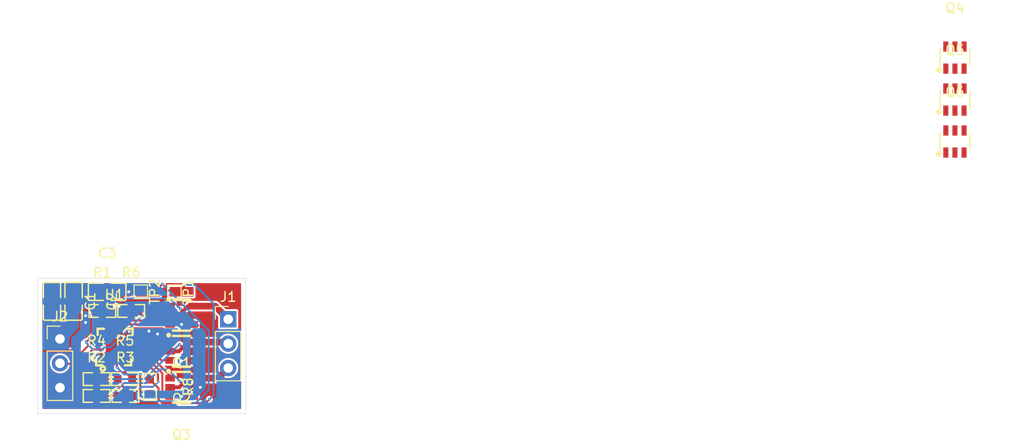
<source format=kicad_pcb>
(kicad_pcb (version 20240108) (generator "pcbnew") (generator_version "8.0")
  (layers (0 "F.Cu" signal) (31 "B.Cu" signal) (34 "B.Paste" user) (35 "F.Paste" user) (36 "B.SilkS" user "B.Silkscreen") (37 "F.SilkS" user "F.Silkscreen") (38 "B.Mask" user) (39 "F.Mask" user) (44 "Edge.Cuts" user))
  (net 0 "")
  (net 1 "/C2CK")
  (net 2 "/C2D")
  (net 3 "GND")
  (net 4 "/VCC")
  (net 5 "/RC")
  (net 6 "Net-(Q1-G2)")
  (net 7 "/M_A")
  (net 8 "Net-(Q1-G1)")
  (net 9 "Net-(Q2-G2)")
  (net 10 "/M_B")
  (net 11 "Net-(Q2-G1)")
  (net 12 "Net-(Q3-G1)")
  (net 13 "/M_C")
  (net 14 "Net-(Q3-G2)")
  (net 33 "/FCom")
  (net 34 "Net-(U1-P0.2)")
  (net 35 "Net-(U1-P0.1)")
  (net 36 "Net-(U1-P0.0)")
  (footprint "component_lib:C0805" (layer "F.Cu") (at 159.5 61 -90)
    (property "Reference" "C1" (at 0 -4 90) (layer "F.SilkS"))
    (property "Value" "47u")
    (fp_line (start -0.4 0.9) (end -1.81 0.9) (stroke (width 0.15)) (layer "F.SilkS"))
    (fp_line (start 0.4 0.9) (end 1.81 0.9) (stroke (width 0.15)) (layer "F.SilkS"))
    (fp_line (start -1.96 0.75) (end -1.96 -0.75) (stroke (width 0.15)) (layer "F.SilkS"))
    (fp_line (start 1.96 0.75) (end 1.96 -0.75) (stroke (width 0.15)) (layer "F.SilkS"))
    (fp_line (start -1.81 -0.9) (end -0.4 -0.9) (stroke (width 0.15)) (layer "F.SilkS"))
    (fp_line (start 1.81 -0.9) (end 0.4 -0.9) (stroke (width 0.15)) (layer "F.SilkS"))
    (fp_arc (start -1.81 0.9) (mid -1.916066 0.856066) (end -1.96 0.75) (stroke (width 0.15)) (layer "F.SilkS"))
    (fp_arc (start 1.96 0.75) (mid 1.916066 0.856066) (end 1.81 0.9) (stroke (width 0.15)) (layer "F.SilkS"))
    (fp_arc (start -1.96 -0.75) (mid -1.916066 -0.856066) (end -1.81 -0.9) (stroke (width 0.15)) (layer "F.SilkS"))
    (fp_arc (start 1.81 -0.9) (mid 1.916066 -0.856066) (end 1.96 -0.75) (stroke (width 0.15)) (layer "F.SilkS"))
    (pad "1" smd rect (at -1 0 270) (size 1.41 1.35) (layers "F.Cu" "F.Paste" "F.Mask") (net 3 "GND"))
    (pad "2" smd rect (at 1 0 270) (size 1.41 1.35) (layers "F.Cu" "F.Paste" "F.Mask") (net 4 "/VCC"))
  )
  (footprint "component_lib:R0603" (layer "F.Cu") (at 167.1 69.1)
    (property "Reference" "R5" (at 0 -4 0) (layer "F.SilkS"))
    (property "Value" "10k")
    (fp_line (start -1.39 -0.66) (end -0.43 -0.66) (stroke (width 0.15)) (layer "F.SilkS"))
    (fp_line (start -1.39 0.66) (end -1.39 -0.66) (stroke (width 0.15)) (layer "F.SilkS"))
    (fp_line (start -0.43 0.66) (end -1.39 0.66) (stroke (width 0.15)) (layer "F.SilkS"))
    (fp_line (start 0.43 0.66) (end 1.39 0.66) (stroke (width 0.15)) (layer "F.SilkS"))
    (fp_line (start 1.39 -0.66) (end 0.43 -0.66) (stroke (width 0.15)) (layer "F.SilkS"))
    (fp_line (start 1.39 0.66) (end 1.39 -0.66) (stroke (width 0.15)) (layer "F.SilkS"))
    (pad "1" smd rect (at -0.75 0) (size 0.81 0.86) (layers "F.Cu" "F.Paste" "F.Mask") (net 10 "/M_B"))
    (pad "2" smd rect (at 0.75 0) (size 0.81 0.86) (layers "F.Cu" "F.Paste" "F.Mask") (net 36 "Net-(U1-P0.0)"))
  )
  (footprint "component_lib:SOT-23-6_L2.9-W1.6-P0.95-LS2.8-BL" (layer "F.Cu") (at 253.55 39.98)
    (property "Reference" "Q5" (at 0 -5.15 0) (layer "F.SilkS"))
    (property "Value" "AO6604_C5182068")
    (fp_line (start -1.54 0.89) (end -1.54 -0.89) (stroke (width 0.15)) (layer "F.SilkS"))
    (fp_line (start 1.54 0.89) (end 1.54 -0.89) (stroke (width 0.15)) (layer "F.SilkS"))
    (fp_circle (center -1.67 1.3) (end -1.52 1.3) (stroke (width 0.3)) (fill none) (layer "F.SilkS"))
    (pad "1" smd rect (at -0.95 1.15) (size 0.53 1.07) (layers "F.Cu" "F.Paste" "F.Mask"))
    (pad "2" smd rect (at 0 1.15) (size 0.53 1.07) (layers "F.Cu" "F.Paste" "F.Mask"))
    (pad "3" smd rect (at 0.95 1.15) (size 0.53 1.07) (layers "F.Cu" "F.Paste" "F.Mask"))
    (pad "4" smd rect (at 0.95 -1.15) (size 0.53 1.07) (layers "F.Cu" "F.Paste" "F.Mask"))
    (pad "5" smd rect (at 0 -1.15) (size 0.53 1.07) (layers "F.Cu" "F.Paste" "F.Mask"))
    (pad "6" smd rect (at -0.95 -1.15) (size 0.53 1.07) (layers "F.Cu" "F.Paste" "F.Mask"))
  )
  (footprint "component_lib:C0805" (layer "F.Cu") (at 161.75 61 -90)
    (property "Reference" "C2" (at 0 -4 90) (layer "F.SilkS"))
    (property "Value" "10u")
    (fp_line (start -0.4 0.9) (end -1.81 0.9) (stroke (width 0.15)) (layer "F.SilkS"))
    (fp_line (start 0.4 0.9) (end 1.81 0.9) (stroke (width 0.15)) (layer "F.SilkS"))
    (fp_line (start -1.96 0.75) (end -1.96 -0.75) (stroke (width 0.15)) (layer "F.SilkS"))
    (fp_line (start 1.96 0.75) (end 1.96 -0.75) (stroke (width 0.15)) (layer "F.SilkS"))
    (fp_line (start -1.81 -0.9) (end -0.4 -0.9) (stroke (width 0.15)) (layer "F.SilkS"))
    (fp_line (start 1.81 -0.9) (end 0.4 -0.9) (stroke (width 0.15)) (layer "F.SilkS"))
    (fp_arc (start -1.81 0.9) (mid -1.916066 0.856066) (end -1.96 0.75) (stroke (width 0.15)) (layer "F.SilkS"))
    (fp_arc (start 1.96 0.75) (mid 1.916066 0.856066) (end 1.81 0.9) (stroke (width 0.15)) (layer "F.SilkS"))
    (fp_arc (start -1.96 -0.75) (mid -1.916066 -0.856066) (end -1.81 -0.9) (stroke (width 0.15)) (layer "F.SilkS"))
    (fp_arc (start 1.81 -0.9) (mid 1.916066 -0.856066) (end 1.96 -0.75) (stroke (width 0.15)) (layer "F.SilkS"))
    (pad "1" smd rect (at -1 0 270) (size 1.41 1.35) (layers "F.Cu" "F.Paste" "F.Mask") (net 3 "GND"))
    (pad "2" smd rect (at 1 0 270) (size 1.41 1.35) (layers "F.Cu" "F.Paste" "F.Mask") (net 4 "/VCC"))
  )
  (footprint "component_lib:QFN-20_L3.0-W3.0-P0.50-BL-EP1.7_EFM8BB21F16G" (layer "F.Cu") (at 166 65.75)
    (property "Reference" "U1" (at 0 -5.45 0) (layer "F.SilkS"))
    (property "Value" "EFM8BB21F16G-C-QFN20")
    (fp_line (start -1.9 1.91) (end -1.9 1.26) (stroke (width 0.25)) (layer "F.SilkS"))
    (fp_line (start -1.9 1.91) (end -1.25 1.91) (stroke (width 0.25)) (layer "F.SilkS"))
    (fp_line (start -1.74 -1.9) (end -1.74 -1.25) (stroke (width 0.25)) (layer "F.SilkS"))
    (fp_line (start -1.74 -1.9) (end -1.09 -1.9) (stroke (width 0.25)) (layer "F.SilkS"))
    (fp_line (start 1.74 1.91) (end 1.09 1.91) (stroke (width 0.25)) (layer "F.SilkS"))
    (fp_line (start 1.74 1.91) (end 1.74 1.26) (stroke (width 0.25)) (layer "F.SilkS"))
    (fp_line (start 1.9 -1.9) (end 1.25 -1.9) (stroke (width 0.25)) (layer "F.SilkS"))
    (fp_line (start 1.9 -1.9) (end 1.9 -1.25) (stroke (width 0.25)) (layer "F.SilkS"))
    (fp_circle (center -1.2 2.26) (end -1.1 2.26) (stroke (width 0.25)) (fill none) (layer "F.SilkS"))
    (pad "1" smd rect (at -1.25 1.38) (size 0.34 0.5) (layers "F.Cu" "F.Paste" "F.Mask") (net 35 "Net-(U1-P0.1)"))
    (pad "2" smd rect (at -0.75 1.45) (size 0.25 0.7) (layers "F.Cu" "F.Paste" "F.Mask") (net 36 "Net-(U1-P0.0)"))
    (pad "3" smd rect (at -0.25 1.45) (size 0.25 0.7) (layers "F.Cu" "F.Paste" "F.Mask") (net 3 "GND"))
    (pad "4" smd rect (at 0.25 1.45) (size 0.25 0.7) (layers "F.Cu" "F.Paste" "F.Mask") (net 4 "/VCC"))
    (pad "5" smd rect (at 0.75 1.45) (size 0.25 0.7) (layers "F.Cu" "F.Paste" "F.Mask") (net 1 "/C2CK"))
    (pad "6" smd rect (at 1.25 1.38) (size 0.34 0.5) (layers "F.Cu" "F.Paste" "F.Mask") (net 2 "/C2D"))
    (pad "7" smd rect (at 1.45 0.75) (size 0.7 0.25) (layers "F.Cu" "F.Paste" "F.Mask"))
    (pad "8" smd rect (at 1.45 0.25) (size 0.7 0.25) (layers "F.Cu" "F.Paste" "F.Mask") (net 14 "Net-(Q3-G2)"))
    (pad "9" smd rect (at 1.45 -0.25) (size 0.7 0.25) (layers "F.Cu" "F.Paste" "F.Mask") (net 12 "Net-(Q3-G1)"))
    (pad "10" smd rect (at 1.45 -0.75) (size 0.7 0.25) (layers "F.Cu" "F.Paste" "F.Mask") (net 9 "Net-(Q2-G2)"))
    (pad "11" smd rect (at 1.25 -1.38) (size 0.34 0.5) (layers "F.Cu" "F.Paste" "F.Mask") (net 11 "Net-(Q2-G1)"))
    (pad "12" smd rect (at 0.75 -1.45) (size 0.25 0.7) (layers "F.Cu" "F.Paste" "F.Mask") (net 3 "GND"))
    (pad "13" smd rect (at 0.25 -1.45) (size 0.25 0.7) (layers "F.Cu" "F.Paste" "F.Mask") (net 6 "Net-(Q1-G2)"))
    (pad "14" smd rect (at -0.25 -1.45) (size 0.25 0.7) (layers "F.Cu" "F.Paste" "F.Mask") (net 8 "Net-(Q1-G1)"))
    (pad "15" smd rect (at -0.75 -1.45) (size 0.25 0.7) (layers "F.Cu" "F.Paste" "F.Mask"))
    (pad "16" smd rect (at -1.25 -1.38) (size 0.34 0.5) (layers "F.Cu" "F.Paste" "F.Mask"))
    (pad "17" smd rect (at -1.45 -0.75) (size 0.7 0.25) (layers "F.Cu" "F.Paste" "F.Mask") (net 5 "/RC"))
    (pad "18" smd rect (at -1.45 -0.25) (size 0.7 0.25) (layers "F.Cu" "F.Paste" "F.Mask"))
    (pad "19" smd rect (at -1.45 0.25) (size 0.7 0.25) (layers "F.Cu" "F.Paste" "F.Mask") (net 33 "/FCom"))
    (pad "20" smd rect (at -1.45 0.75) (size 0.7 0.25) (layers "F.Cu" "F.Paste" "F.Mask") (net 34 "Net-(U1-P0.2)"))
    (pad "21" smd rect (at 0 0) (size 1.7 1.7) (layers "F.Cu" "F.Paste" "F.Mask") (net 3 "GND"))
  )
  (footprint "Connector_PinHeader_2.54mm:PinHeader_1x03_P2.54mm_Vertical" (layer "F.Cu") (at 160.332 64.911)
    (property "Reference" "J2" (at 0 -2.33 0) (layer "F.SilkS"))
    (property "Value" "Conn_01x03_Pin")
    (fp_line (start -1.33 -1.33) (end 0 -1.33) (stroke (width 0.12)) (layer "F.SilkS"))
    (fp_line (start -1.33 0) (end -1.33 -1.33) (stroke (width 0.12)) (layer "F.SilkS"))
    (fp_line (start -1.33 1.27) (end -1.33 6.41) (stroke (width 0.12)) (layer "F.SilkS"))
    (fp_line (start -1.33 1.27) (end 1.33 1.27) (stroke (width 0.12)) (layer "F.SilkS"))
    (fp_line (start -1.33 6.41) (end 1.33 6.41) (stroke (width 0.12)) (layer "F.SilkS"))
    (fp_line (start 1.33 1.27) (end 1.33 6.41) (stroke (width 0.12)) (layer "F.SilkS"))
    (pad "1" thru_hole rect (at 0 0) (size 1.7 1.7) (drill 1) (layers "*.Cu" "*.Mask") (net 4 "/VCC"))
    (pad "2" thru_hole oval (at 0 2.54) (size 1.7 1.7) (drill 1) (layers "*.Cu" "*.Mask") (net 5 "/RC"))
    (pad "3" thru_hole oval (at 0 5.08) (size 1.7 1.7) (drill 1) (layers "*.Cu" "*.Mask") (net 3 "GND"))
  )
  (footprint "component_lib:R0603" (layer "F.Cu") (at 167.15 70.85)
    (property "Reference" "R3" (at 0 -4 0) (layer "F.SilkS"))
    (property "Value" "10k")
    (fp_line (start -1.39 -0.66) (end -0.43 -0.66) (stroke (width 0.15)) (layer "F.SilkS"))
    (fp_line (start -1.39 0.66) (end -1.39 -0.66) (stroke (width 0.15)) (layer "F.SilkS"))
    (fp_line (start -0.43 0.66) (end -1.39 0.66) (stroke (width 0.15)) (layer "F.SilkS"))
    (fp_line (start 0.43 0.66) (end 1.39 0.66) (stroke (width 0.15)) (layer "F.SilkS"))
    (fp_line (start 1.39 -0.66) (end 0.43 -0.66) (stroke (width 0.15)) (layer "F.SilkS"))
    (fp_line (start 1.39 0.66) (end 1.39 -0.66) (stroke (width 0.15)) (layer "F.SilkS"))
    (pad "1" smd rect (at -0.75 0) (size 0.81 0.86) (layers "F.Cu" "F.Paste" "F.Mask") (net 13 "/M_C"))
    (pad "2" smd rect (at 0.75 0) (size 0.81 0.86) (layers "F.Cu" "F.Paste" "F.Mask") (net 35 "Net-(U1-P0.1)"))
  )
  (footprint "Connector_PinHeader_2.54mm:PinHeader_1x03_P2.54mm_Vertical" (layer "F.Cu") (at 177.858 62.864)
    (property "Reference" "J1" (at 0 -2.33 0) (layer "F.SilkS"))
    (property "Value" "Conn_01x03_Pin")
    (fp_line (start -1.33 -1.33) (end 0 -1.33) (stroke (width 0.12)) (layer "F.SilkS"))
    (fp_line (start -1.33 0) (end -1.33 -1.33) (stroke (width 0.12)) (layer "F.SilkS"))
    (fp_line (start -1.33 1.27) (end -1.33 6.41) (stroke (width 0.12)) (layer "F.SilkS"))
    (fp_line (start -1.33 1.27) (end 1.33 1.27) (stroke (width 0.12)) (layer "F.SilkS"))
    (fp_line (start -1.33 6.41) (end 1.33 6.41) (stroke (width 0.12)) (layer "F.SilkS"))
    (fp_line (start 1.33 1.27) (end 1.33 6.41) (stroke (width 0.12)) (layer "F.SilkS"))
    (pad "1" thru_hole rect (at 0 0) (size 1.7 1.7) (drill 1) (layers "*.Cu" "*.Mask") (net 7 "/M_A"))
    (pad "2" thru_hole oval (at 0 2.54) (size 1.7 1.7) (drill 1) (layers "*.Cu" "*.Mask") (net 10 "/M_B"))
    (pad "3" thru_hole oval (at 0 5.08) (size 1.7 1.7) (drill 1) (layers "*.Cu" "*.Mask") (net 13 "/M_C"))
  )
  (footprint "component_lib:R0603" (layer "F.Cu") (at 167.75 62)
    (property "Reference" "R6" (at 0 -4 0) (layer "F.SilkS"))
    (property "Value" "10k")
    (fp_line (start -1.39 -0.66) (end -0.43 -0.66) (stroke (width 0.15)) (layer "F.SilkS"))
    (fp_line (start -1.39 0.66) (end -1.39 -0.66) (stroke (width 0.15)) (layer "F.SilkS"))
    (fp_line (start -0.43 0.66) (end -1.39 0.66) (stroke (width 0.15)) (layer "F.SilkS"))
    (fp_line (start 0.43 0.66) (end 1.39 0.66) (stroke (width 0.15)) (layer "F.SilkS"))
    (fp_line (start 1.39 -0.66) (end 0.43 -0.66) (stroke (width 0.15)) (layer "F.SilkS"))
    (fp_line (start 1.39 0.66) (end 1.39 -0.66) (stroke (width 0.15)) (layer "F.SilkS"))
    (pad "1" smd rect (at -0.75 0) (size 0.81 0.86) (layers "F.Cu" "F.Paste" "F.Mask") (net 7 "/M_A"))
    (pad "2" smd rect (at 0.75 0) (size 0.81 0.86) (layers "F.Cu" "F.Paste" "F.Mask") (net 34 "Net-(U1-P0.2)"))
  )
  (footprint "TestPoint:TestPoint_Pad_1.0x1.0mm" (layer "F.Cu") (at 168.75 60 -90)
    (property "Reference" "TP2" (at 0 -1.448 90) (layer "F.SilkS"))
    (property "Value" "TestPoint")
    (fp_line (start -0.7 0.7) (end -0.7 -0.7) (stroke (width 0.12)) (layer "F.SilkS"))
    (fp_line (start 0.7 0.7) (end -0.7 0.7) (stroke (width 0.12)) (layer "F.SilkS"))
    (fp_line (start -0.7 -0.7) (end 0.7 -0.7) (stroke (width 0.12)) (layer "F.SilkS"))
    (fp_line (start 0.7 -0.7) (end 0.7 0.7) (stroke (width 0.12)) (layer "F.SilkS"))
    (pad "1" smd rect (at 0 -0.75 270) (size 1 2.5) (layers "F.Cu" "F.Mask") (net 2 "/C2D"))
  )
  (footprint "component_lib:R0603" (layer "F.Cu") (at 169.7 69.9 -90)
    (property "Reference" "R8" (at 0 -4 90) (layer "F.SilkS"))
    (property "Value" "1k")
    (fp_line (start -1.39 0.66) (end -1.39 -0.66) (stroke (width 0.15)) (layer "F.SilkS"))
    (fp_line (start -0.43 0.66) (end -1.39 0.66) (stroke (width 0.15)) (layer "F.SilkS"))
    (fp_line (start 0.43 0.66) (end 1.39 0.66) (stroke (width 0.15)) (layer "F.SilkS"))
    (fp_line (start 1.39 0.66) (end 1.39 -0.66) (stroke (width 0.15)) (layer "F.SilkS"))
    (fp_line (start -1.39 -0.66) (end -0.43 -0.66) (stroke (width 0.15)) (layer "F.SilkS"))
    (fp_line (start 1.39 -0.66) (end 0.43 -0.66) (stroke (width 0.15)) (layer "F.SilkS"))
    (pad "1" smd rect (at -0.75 0 270) (size 0.81 0.86) (layers "F.Cu" "F.Paste" "F.Mask") (net 1 "/C2CK"))
    (pad "2" smd rect (at 0.75 0 270) (size 0.81 0.86) (layers "F.Cu" "F.Paste" "F.Mask") (net 4 "/VCC"))
  )
  (footprint "component_lib:R0603" (layer "F.Cu") (at 164.15 69.1)
    (property "Reference" "R4" (at 0 -4 0) (layer "F.SilkS"))
    (property "Value" "1k")
    (fp_line (start -1.39 -0.66) (end -0.43 -0.66) (stroke (width 0.15)) (layer "F.SilkS"))
    (fp_line (start -1.39 0.66) (end -1.39 -0.66) (stroke (width 0.15)) (layer "F.SilkS"))
    (fp_line (start -0.43 0.66) (end -1.39 0.66) (stroke (width 0.15)) (layer "F.SilkS"))
    (fp_line (start 0.43 0.66) (end 1.39 0.66) (stroke (width 0.15)) (layer "F.SilkS"))
    (fp_line (start 1.39 -0.66) (end 0.43 -0.66) (stroke (width 0.15)) (layer "F.SilkS"))
    (fp_line (start 1.39 0.66) (end 1.39 -0.66) (stroke (width 0.15)) (layer "F.SilkS"))
    (pad "1" smd rect (at -0.75 0) (size 0.81 0.86) (layers "F.Cu" "F.Paste" "F.Mask") (net 33 "/FCom"))
    (pad "2" smd rect (at 0.75 0) (size 0.81 0.86) (layers "F.Cu" "F.Paste" "F.Mask") (net 10 "/M_B"))
  )
  (footprint "component_lib:SOT-23-6_L2.9-W1.6-P0.95-LS2.8-BL" (layer "F.Cu") (at 253.55 35.61)
    (property "Reference" "Q4" (at 0 -5.15 0) (layer "F.SilkS"))
    (property "Value" "AO6604_C5182068")
    (fp_line (start -1.54 0.89) (end -1.54 -0.89) (stroke (width 0.15)) (layer "F.SilkS"))
    (fp_line (start 1.54 0.89) (end 1.54 -0.89) (stroke (width 0.15)) (layer "F.SilkS"))
    (fp_circle (center -1.67 1.3) (end -1.52 1.3) (stroke (width 0.3)) (fill none) (layer "F.SilkS"))
    (pad "1" smd rect (at -0.95 1.15) (size 0.53 1.07) (layers "F.Cu" "F.Paste" "F.Mask"))
    (pad "2" smd rect (at 0 1.15) (size 0.53 1.07) (layers "F.Cu" "F.Paste" "F.Mask"))
    (pad "3" smd rect (at 0.95 1.15) (size 0.53 1.07) (layers "F.Cu" "F.Paste" "F.Mask"))
    (pad "4" smd rect (at 0.95 -1.15) (size 0.53 1.07) (layers "F.Cu" "F.Paste" "F.Mask"))
    (pad "5" smd rect (at 0 -1.15) (size 0.53 1.07) (layers "F.Cu" "F.Paste" "F.Mask"))
    (pad "6" smd rect (at -0.95 -1.15) (size 0.53 1.07) (layers "F.Cu" "F.Paste" "F.Mask"))
  )
  (footprint "component_lib:TSOP-6_L3.0-W1.5-P0.95-LS2.8-BR" (layer "F.Cu") (at 173 66.2 180)
    (property "Reference" "Q2" (at 0 -4.95 0) (layer "F.SilkS"))
    (property "Value" "AO6604_C709896")
    (fp_line (start -0.9 1.6) (end 0.9 1.6) (stroke (width 0.25)) (layer "F.SilkS"))
    (fp_line (start -0.9 -1.6) (end 0.9 -1.6) (stroke (width 0.25)) (layer "F.SilkS"))
    (fp_circle (center 1.35 1.68) (end 1.48 1.68) (stroke (width 0.25)) (fill none) (layer "F.SilkS"))
    (pad "1" smd rect (at 1.2 0.95 180) (size 1 0.7) (layers "F.Cu" "F.Paste" "F.Mask") (net 11 "Net-(Q2-G1)"))
    (pad "2" smd rect (at 1.2 0 180) (size 1 0.7) (layers "F.Cu" "F.Paste" "F.Mask") (net 10 "/M_B"))
    (pad "3" smd rect (at 1.2 -0.95 180) (size 1 0.7) (layers "F.Cu" "F.Paste" "F.Mask") (net 9 "Net-(Q2-G2)"))
    (pad "4" smd rect (at -1.2 -0.95 180) (size 1 0.7) (layers "F.Cu" "F.Paste" "F.Mask") (net 4 "/VCC"))
    (pad "5" smd rect (at -1.2 0 180) (size 1 0.7) (layers "F.Cu" "F.Paste" "F.Mask") (net 3 "GND"))
    (pad "6" smd rect (at -1.2 0.95 180) (size 1 0.7) (layers "F.Cu" "F.Paste" "F.Mask") (net 10 "/M_B"))
  )
  (footprint "component_lib:TSOP-6_L3.0-W1.5-P0.95-LS2.8-BR" (layer "F.Cu") (at 173 69.95 180)
    (property "Reference" "Q3" (at 0 -4.95 0) (layer "F.SilkS"))
    (property "Value" "AO6604_C709896")
    (fp_line (start -0.9 1.6) (end 0.9 1.6) (stroke (width 0.25)) (layer "F.SilkS"))
    (fp_line (start -0.9 -1.6) (end 0.9 -1.6) (stroke (width 0.25)) (layer "F.SilkS"))
    (fp_circle (center 1.35 1.68) (end 1.48 1.68) (stroke (width 0.25)) (fill none) (layer "F.SilkS"))
    (pad "1" smd rect (at 1.2 0.95 180) (size 1 0.7) (layers "F.Cu" "F.Paste" "F.Mask") (net 12 "Net-(Q3-G1)"))
    (pad "2" smd rect (at 1.2 0 180) (size 1 0.7) (layers "F.Cu" "F.Paste" "F.Mask") (net 13 "/M_C"))
    (pad "3" smd rect (at 1.2 -0.95 180) (size 1 0.7) (layers "F.Cu" "F.Paste" "F.Mask") (net 14 "Net-(Q3-G2)"))
    (pad "4" smd rect (at -1.2 -0.95 180) (size 1 0.7) (layers "F.Cu" "F.Paste" "F.Mask") (net 4 "/VCC"))
    (pad "5" smd rect (at -1.2 0 180) (size 1 0.7) (layers "F.Cu" "F.Paste" "F.Mask") (net 3 "GND"))
    (pad "6" smd rect (at -1.2 0.95 180) (size 1 0.7) (layers "F.Cu" "F.Paste" "F.Mask") (net 13 "/M_C"))
  )
  (footprint "TestPoint:TestPoint_Pad_1.0x1.0mm" (layer "F.Cu") (at 172.25 60 -90)
    (property "Reference" "TP1" (at 0 -1.448 90) (layer "F.SilkS"))
    (property "Value" "TestPoint")
    (fp_line (start -0.7 0.7) (end -0.7 -0.7) (stroke (width 0.12)) (layer "F.SilkS"))
    (fp_line (start 0.7 0.7) (end -0.7 0.7) (stroke (width 0.12)) (layer "F.SilkS"))
    (fp_line (start -0.7 -0.7) (end 0.7 -0.7) (stroke (width 0.12)) (layer "F.SilkS"))
    (fp_line (start 0.7 -0.7) (end 0.7 0.7) (stroke (width 0.12)) (layer "F.SilkS"))
    (pad "1" smd rect (at 0 -0.75 270) (size 1 2.5) (layers "F.Cu" "F.Mask") (net 1 "/C2CK"))
  )
  (footprint "component_lib:C0805" (layer "F.Cu") (at 165.25 60)
    (property "Reference" "C3" (at 0 -4 0) (layer "F.SilkS"))
    (property "Value" "100n")
    (fp_line (start -1.96 0.75) (end -1.96 -0.75) (stroke (width 0.15)) (layer "F.SilkS"))
    (fp_line (start -1.81 -0.9) (end -0.4 -0.9) (stroke (width 0.15)) (layer "F.SilkS"))
    (fp_line (start -0.4 0.9) (end -1.81 0.9) (stroke (width 0.15)) (layer "F.SilkS"))
    (fp_line (start 0.4 0.9) (end 1.81 0.9) (stroke (width 0.15)) (layer "F.SilkS"))
    (fp_line (start 1.81 -0.9) (end 0.4 -0.9) (stroke (width 0.15)) (layer "F.SilkS"))
    (fp_line (start 1.96 0.75) (end 1.96 -0.75) (stroke (width 0.15)) (layer "F.SilkS"))
    (fp_arc (start -1.96 -0.75) (mid -1.916066 -0.856066) (end -1.81 -0.9) (stroke (width 0.15)) (layer "F.SilkS"))
    (fp_arc (start -1.81 0.9) (mid -1.916066 0.856066) (end -1.96 0.75) (stroke (width 0.15)) (layer "F.SilkS"))
    (fp_arc (start 1.81 -0.9) (mid 1.916066 -0.856066) (end 1.96 -0.75) (stroke (width 0.15)) (layer "F.SilkS"))
    (fp_arc (start 1.96 0.75) (mid 1.916066 0.856066) (end 1.81 0.9) (stroke (width 0.15)) (layer "F.SilkS"))
    (pad "1" smd rect (at -1 0) (size 1.41 1.35) (layers "F.Cu" "F.Paste" "F.Mask") (net 3 "GND"))
    (pad "2" smd rect (at 1 0) (size 1.41 1.35) (layers "F.Cu" "F.Paste" "F.Mask") (net 4 "/VCC"))
  )
  (footprint "component_lib:TSOP-6_L3.0-W1.5-P0.95-LS2.8-BR" (layer "F.Cu") (at 173 62.45 180)
    (property "Reference" "Q1" (at 0 -4.95 0) (layer "F.SilkS"))
    (property "Value" "AO6604_C709896")
    (fp_line (start -0.9 1.6) (end 0.9 1.6) (stroke (width 0.25)) (layer "F.SilkS"))
    (fp_line (start -0.9 -1.6) (end 0.9 -1.6) (stroke (width 0.25)) (layer "F.SilkS"))
    (fp_circle (center 1.35 1.68) (end 1.48 1.68) (stroke (width 0.25)) (fill none) (layer "F.SilkS"))
    (pad "1" smd rect (at 1.2 0.95 180) (size 1 0.7) (layers "F.Cu" "F.Paste" "F.Mask") (net 8 "Net-(Q1-G1)"))
    (pad "2" smd rect (at 1.2 0 180) (size 1 0.7) (layers "F.Cu" "F.Paste" "F.Mask") (net 7 "/M_A"))
    (pad "3" smd rect (at 1.2 -0.95 180) (size 1 0.7) (layers "F.Cu" "F.Paste" "F.Mask") (net 6 "Net-(Q1-G2)"))
    (pad "4" smd rect (at -1.2 -0.95 180) (size 1 0.7) (layers "F.Cu" "F.Paste" "F.Mask") (net 4 "/VCC"))
    (pad "5" smd rect (at -1.2 0 180) (size 1 0.7) (layers "F.Cu" "F.Paste" "F.Mask") (net 3 "GND"))
    (pad "6" smd rect (at -1.2 0.95 180) (size 1 0.7) (layers "F.Cu" "F.Paste" "F.Mask") (net 7 "/M_A"))
  )
  (footprint "component_lib:SOT-23-6_L2.9-W1.6-P0.95-LS2.8-BL" (layer "F.Cu") (at 253.55 44.35)
    (property "Reference" "Q6" (at 0 -5.15 0) (layer "F.SilkS"))
    (property "Value" "AO6604_C5182068")
    (fp_line (start -1.54 0.89) (end -1.54 -0.89) (stroke (width 0.15)) (layer "F.SilkS"))
    (fp_line (start 1.54 0.89) (end 1.54 -0.89) (stroke (width 0.15)) (layer "F.SilkS"))
    (fp_circle (center -1.67 1.3) (end -1.52 1.3) (stroke (width 0.3)) (fill none) (layer "F.SilkS"))
    (pad "1" smd rect (at -0.95 1.15) (size 0.53 1.07) (layers "F.Cu" "F.Paste" "F.Mask"))
    (pad "2" smd rect (at 0 1.15) (size 0.53 1.07) (layers "F.Cu" "F.Paste" "F.Mask"))
    (pad "3" smd rect (at 0.95 1.15) (size 0.53 1.07) (layers "F.Cu" "F.Paste" "F.Mask"))
    (pad "4" smd rect (at 0.95 -1.15) (size 0.53 1.07) (layers "F.Cu" "F.Paste" "F.Mask"))
    (pad "5" smd rect (at 0 -1.15) (size 0.53 1.07) (layers "F.Cu" "F.Paste" "F.Mask"))
    (pad "6" smd rect (at -0.95 -1.15) (size 0.53 1.07) (layers "F.Cu" "F.Paste" "F.Mask"))
  )
  (footprint "component_lib:R0603" (layer "F.Cu") (at 164.15 70.85)
    (property "Reference" "R2" (at 0 -4 0) (layer "F.SilkS"))
    (property "Value" "1k")
    (fp_line (start -1.39 -0.66) (end -0.43 -0.66) (stroke (width 0.15)) (layer "F.SilkS"))
    (fp_line (start -1.39 0.66) (end -1.39 -0.66) (stroke (width 0.15)) (layer "F.SilkS"))
    (fp_line (start -0.43 0.66) (end -1.39 0.66) (stroke (width 0.15)) (layer "F.SilkS"))
    (fp_line (start 0.43 0.66) (end 1.39 0.66) (stroke (width 0.15)) (layer "F.SilkS"))
    (fp_line (start 1.39 -0.66) (end 0.43 -0.66) (stroke (width 0.15)) (layer "F.SilkS"))
    (fp_line (start 1.39 0.66) (end 1.39 -0.66) (stroke (width 0.15)) (layer "F.SilkS"))
    (pad "1" smd rect (at -0.75 0) (size 0.81 0.86) (layers "F.Cu" "F.Paste" "F.Mask") (net 33 "/FCom"))
    (pad "2" smd rect (at 0.75 0) (size 0.81 0.86) (layers "F.Cu" "F.Paste" "F.Mask") (net 13 "/M_C"))
  )
  (footprint "component_lib:R0603" (layer "F.Cu") (at 164.75 62)
    (property "Reference" "R1" (at 0 -4 0) (layer "F.SilkS"))
    (property "Value" "1k")
    (fp_line (start -1.39 -0.66) (end -0.43 -0.66) (stroke (width 0.15)) (layer "F.SilkS"))
    (fp_line (start -1.39 0.66) (end -1.39 -0.66) (stroke (width 0.15)) (layer "F.SilkS"))
    (fp_line (start -0.43 0.66) (end -1.39 0.66) (stroke (width 0.15)) (layer "F.SilkS"))
    (fp_line (start 0.43 0.66) (end 1.39 0.66) (stroke (width 0.15)) (layer "F.SilkS"))
    (fp_line (start 1.39 -0.66) (end 0.43 -0.66) (stroke (width 0.15)) (layer "F.SilkS"))
    (fp_line (start 1.39 0.66) (end 1.39 -0.66) (stroke (width 0.15)) (layer "F.SilkS"))
    (pad "1" smd rect (at -0.75 0) (size 0.81 0.86) (layers "F.Cu" "F.Paste" "F.Mask") (net 33 "/FCom"))
    (pad "2" smd rect (at 0.75 0) (size 0.81 0.86) (layers "F.Cu" "F.Paste" "F.Mask") (net 7 "/M_A"))
  )
  (gr_rect (start 158 58.6) (end 179.7 72.7) (stroke (width 0.05)) (fill none) (layer "Edge.Cuts"))
  (segment (start 168.5 67.6) (end 169.7 68.8) (width 0.2) (layer "F.Cu") (net 1))
  (segment (start 171 71.6) (end 170.6 71.2) (width 0.2) (layer "F.Cu") (net 1))
  (segment (start 169.7 68.8) (end 169.7 69.15) (width 0.2) (layer "F.Cu") (net 1))
  (segment (start 166.75 67.65) (end 166.78 67.68) (width 0.2) (layer "F.Cu") (net 1))
  (segment (start 166.75 67.2) (end 166.75 67.65) (width 0.2) (layer "F.Cu") (net 1))
  (segment (start 170.6 71.2) (end 170.6 70.05) (width 0.2) (layer "F.Cu") (net 1))
  (segment (start 173.418199 59.281801) (end 173 59.7) (width 0.2) (layer "F.Cu") (net 1))
  (segment (start 166.78 67.68) (end 167.64 67.68) (width 0.2) (layer "F.Cu") (net 1))
  (segment (start 167.72 67.6) (end 168.5 67.6) (width 0.2) (layer "F.Cu") (net 1))
  (segment (start 175.9 71.2) (end 175.5 71.6) (width 0.2) (layer "F.Cu") (net 1))
  (segment (start 173 59.7) (end 173 60) (width 0.2) (layer "F.Cu") (net 1))
  (segment (start 175.5 71.6) (end 171 71.6) (width 0.2) (layer "F.Cu") (net 1))
  (segment (start 167.64 67.68) (end 167.72 67.6) (width 0.2) (layer "F.Cu") (net 1))
  (segment (start 170.6 70.05) (end 169.7 69.15) (width 0.2) (layer "F.Cu") (net 1))
  (via micro (at 173.418199 59.281801) (size 0.3) (drill 0.1) (layers "F.Cu" "B.Cu") (net 1))
  (via micro (at 175.9 71.2) (size 0.3) (drill 0.1) (layers "F.Cu" "B.Cu") (net 1))
  (segment (start 174.381801 59.281801) (end 176.334 61.234) (width 0.2) (layer "B.Cu") (net 1))
  (segment (start 173.418199 59.281801) (end 174.381801 59.281801) (width 0.2) (layer "B.Cu") (net 1))
  (segment (start 176.334 61.234) (end 176.334 70.766) (width 0.2) (layer "B.Cu") (net 1))
  (segment (start 176.334 70.766) (end 175.9 71.2) (width 0.2) (layer "B.Cu") (net 1))
  (segment (start 168.4 67.1) (end 168.37 67.13) (width 0.2) (layer "F.Cu") (net 2))
  (segment (start 171 59.2) (end 170.2 60) (width 0.2) (layer "F.Cu") (net 2))
  (segment (start 168.4 67.1) (end 169 67.1) (width 0.2) (layer "F.Cu") (net 2))
  (segment (start 170.55 68.65) (end 170.55 69.363605) (width 0.2) (layer "F.Cu") (net 2))
  (segment (start 169 67.1) (end 170.55 68.65) (width 0.2) (layer "F.Cu") (net 2))
  (segment (start 168.37 67.13) (end 167.25 67.13) (width 0.2) (layer "F.Cu") (net 2))
  (segment (start 170.2 60) (end 169.5 60) (width 0.2) (layer "F.Cu") (net 2))
  (via micro (at 170.55 69.363605) (size 0.3) (drill 0.1) (layers "F.Cu" "B.Cu") (net 2))
  (via micro (at 171 59.2) (size 0.3) (drill 0.1) (layers "F.Cu" "B.Cu") (net 2))
  (segment (start 170.55 69.363605) (end 170.013605 69.9) (width 0.2) (layer "B.Cu") (net 2))
  (segment (start 170.013605 69.9) (end 168.810051 69.9) (width 0.2) (layer "B.Cu") (net 2))
  (segment (start 172.51005 71.4) (end 172.71005 71.6) (width 0.2) (layer "B.Cu") (net 2))
  (segment (start 168.3 70.410051) (end 168.3 71.2) (width 0.2) (layer "B.Cu") (net 2))
  (segment (start 168.5 71.4) (end 172.51005 71.4) (width 0.2) (layer "B.Cu") (net 2))
  (segment (start 172.71005 71.6) (end 174.456 71.6) (width 0.2) (layer "B.Cu") (net 2))
  (segment (start 168.3 71.2) (end 168.5 71.4) (width 0.2) (layer "B.Cu") (net 2))
  (segment (start 174.456 71.6) (end 175.826 70.23) (width 0.2) (layer "B.Cu") (net 2))
  (segment (start 168.810051 69.9) (end 168.3 70.410051) (width 0.2) (layer "B.Cu") (net 2))
  (segment (start 175.826 64.026) (end 171 59.2) (width 0.2) (layer "B.Cu") (net 2))
  (segment (start 175.826 70.23) (end 175.826 64.026) (width 0.2) (layer "B.Cu") (net 2))
  (segment (start 174.2 69.95) (end 174.95 69.95) (width 0.7) (layer "F.Cu") (net 3))
  (segment (start 174.95 69.95) (end 175 70) (width 0.2) (layer "F.Cu") (net 3))
  (via (at 174.95 69.95) (size 0.6) (drill 0.3) (layers "F.Cu" "B.Cu") (net 3))
  (via (at 163 62.5) (size 0.6) (drill 0.3) (layers "F.Cu" "B.Cu") (net 3))
  (via (at 163 63.2) (size 0.6) (drill 0.3) (layers "F.Cu" "B.Cu") (net 3))
  (via (at 169.6 64.1) (size 0.6) (drill 0.3) (layers "F.Cu" "B.Cu") (net 3))
  (via (at 170.5 64.4) (size 0.6) (drill 0.3) (layers "F.Cu" "B.Cu") (net 3))
  (segment (start 163 62.5) (end 163 64.06152) (width 1) (layer "B.Cu") (net 3))
  (segment (start 162 68.8) (end 160.809 69.991) (width 1) (layer "B.Cu") (net 3))
  (segment (start 162 65.047918) (end 162 68.8) (width 1) (layer "B.Cu") (net 3))
  (segment (start 160.809 69.991) (end 160.332 69.991) (width 1) (layer "B.Cu") (net 3))
  (segment (start 162.986398 64.06152) (end 162 65.047918) (width 1) (layer "B.Cu") (net 3))
  (segment (start 163 64.06152) (end 162.986398 64.06152) (width 1) (layer "B.Cu") (net 3))
  (segment (start 174.2 67.2) (end 173 67.2) (width 0.7) (layer "F.Cu") (net 4))
  (segment (start 169.65 70.7) (end 169.7 70.65) (width 0.8) (layer "F.Cu") (net 4))
  (segment (start 166.25 60) (end 167.5 60) (width 1) (layer "F.Cu") (net 4))
  (segment (start 166.25 67.2) (end 166.25 67.775) (width 0.2) (layer "F.Cu") (net 4))
  (segment (start 174.2 70.9) (end 173 70.9) (width 0.7) (layer "F.Cu") (net 4))
  (segment (start 169 70.7) (end 169.65 70.7) (width 0.8) (layer "F.Cu") (net 4))
  (segment (start 166.25 67.85) (end 166.3 67.9) (width 0.2) (layer "F.Cu") (net 4))
  (segment (start 168.7 70.4) (end 169 70.7) (width 0.2) (layer "F.Cu") (net 4))
  (segment (start 168.7 68.6) (end 168.7 70.4) (width 0.2) (layer "F.Cu") (net 4))
  (segment (start 174.2 63.4) (end 173 63.4) (width 0.7) (layer "F.Cu") (net 4))
  (segment (start 166.25 67.775) (end 166.25 67.85) (width 0.2) (layer "F.Cu") (net 4))
  (via (at 173 70.9) (size 0.6) (drill 0.3) (layers "F.Cu" "B.Cu") (net 4))
  (via (at 167.5 60) (size 0.6) (drill 0.3) (layers "F.Cu" "B.Cu") (net 4))
  (via (at 173 67.2) (size 0.6) (drill 0.3) (layers "F.Cu" "B.Cu") (net 4))
  (via micro (at 166.3 67.9) (size 0.3) (drill 0.1) (layers "F.Cu" "B.Cu") (net 4))
  (via (at 169 70.7) (size 0.6) (drill 0.3) (layers "F.Cu" "B.Cu") (net 4))
  (via (at 173 63.4) (size 0.6) (drill 0.3) (layers "F.Cu" "B.Cu") (net 4))
  (via micro (at 168.7 68.6) (size 0.3) (drill 0.1) (layers "F.Cu" "B.Cu") (net 4))
  (segment (start 173.575 70.325) (end 173.575 67.775) (width 0.8) (layer "B.Cu") (net 4))
  (segment (start 173 67.2) (end 173.55 66.65) (width 0.8) (layer "B.Cu") (net 4))
  (segment (start 172.8 70.7) (end 169 70.7) (width 0.8) (layer "B.Cu") (net 4))
  (segment (start 173 70.9) (end 173.575 70.325) (width 0.8) (layer "B.Cu") (net 4))
  (segment (start 173.55 66.65) (end 173.55 63.95) (width 0.8) (layer "B.Cu") (net 4))
  (segment (start 173.575 67.775) (end 173 67.2) (width 0.8) (layer "B.Cu") (net 4))
  (segment (start 173 70.9) (end 172.8 70.7) (width 0.8) (layer "B.Cu") (net 4))
  (segment (start 167 68.6) (end 168.7 68.6) (width 0.2) (layer "B.Cu") (net 4))
  (segment (start 166.3 67.9) (end 167 68.6) (width 0.2) (layer "B.Cu") (net 4))
  (segment (start 173.55 63.95) (end 173 63.4) (width 0.8) (layer "B.Cu") (net 4))
  (segment (start 161.4 67.5) (end 163.9 65) (width 0.2) (layer "F.Cu") (net 5))
  (segment (start 160.5 67.5) (end 161.4 67.5) (width 0.2) (layer "F.Cu") (net 5))
  (segment (start 163.9 65) (end 164.55 65) (width 0.2) (layer "F.Cu") (net 5))
  (segment (start 171.8 63.4) (end 166.640686 63.4) (width 0.2) (layer "F.Cu") (net 6))
  (segment (start 166.25 63.790686) (end 166.25 64.3) (width 0.2) (layer "F.Cu") (net 6))
  (segment (start 166.640686 63.4) (end 166.25 63.790686) (width 0.2) (layer "F.Cu") (net 6))
  (segment (start 174.2 61.5) (end 176.494 61.5) (width 0.7) (layer "F.Cu") (net 7))
  (segment (start 166.2 62) (end 165.5 62) (width 0.2) (layer "F.Cu") (net 7))
  (segment (start 176.494 61.5) (end 177.858 62.864) (width 0.7) (layer "F.Cu") (net 7))
  (segment (start 166.2 61.5) (end 166.2 62) (width 0.2) (layer "F.Cu") (net 7))
  (segment (start 172.9 61.8) (end 172.9 61.825) (width 0.2) (layer "F.Cu") (net 7))
  (segment (start 171.775 62.45) (end 172.725 62.45) (width 0.4) (layer "F.Cu") (net 7))
  (segment (start 173.675 61.5) (end 174.2 61.5) (width 0.4) (layer "F.Cu") (net 7))
  (segment (start 172.725 62.45) (end 173.675 61.5) (width 0.4) (layer "F.Cu") (net 7))
  (segment (start 167 62) (end 166.2 62) (width 0.2) (layer "F.Cu") (net 7))
  (segment (start 172.9 61.825) (end 173.0375 61.9625) (width 0.2) (layer "F.Cu") (net 7))
  (via micro (at 172.9 61.8) (size 0.3) (drill 0.1) (layers "F.Cu" "B.Cu") (net 7))
  (via micro (at 166.2 61.5) (size 0.3) (drill 0.1) (layers "F.Cu" "B.Cu") (net 7))
  (segment (start 171.8 60.7) (end 172.9 61.8) (width 0.2) (layer "B.Cu") (net 7))
  (segment (start 167 60.7) (end 171.8 60.7) (width 0.2) (layer "B.Cu") (net 7))
  (segment (start 166.2 61.5) (end 167 60.7) (width 0.2) (layer "B.Cu") (net 7))
  (segment (start 171.8 61.5) (end 170.9 61.5) (width 0.2) (layer "F.Cu") (net 8))
  (segment (start 169.4 63) (end 166.475 63) (width 0.2) (layer "F.Cu") (net 8))
  (segment (start 165.75 63.725) (end 165.75 64.3) (width 0.2) (layer "F.Cu") (net 8))
  (segment (start 166.475 63) (end 165.75 63.725) (width 0.2) (layer "F.Cu") (net 8))
  (segment (start 170.9 61.5) (end 169.4 63) (width 0.2) (layer "F.Cu") (net 8))
  (segment (start 168.75 65) (end 170.9 67.15) (width 0.2) (layer "F.Cu") (net 9))
  (segment (start 170.9 67.15) (end 171.8 67.15) (width 0.2) (layer "F.Cu") (net 9))
  (segment (start 167.45 65) (end 168.75 65) (width 0.2) (layer "F.Cu") (net 9))
  (segment (start 172.725 66.2) (end 173.0875 65.8375) (width 0.4) (layer "F.Cu") (net 10))
  (segment (start 173.675 65.25) (end 174.2 65.25) (width 0.4) (layer "F.Cu") (net 10))
  (segment (start 171.775 66.2) (end 172.725 66.2) (width 0.4) (layer "F.Cu") (net 10))
  (segment (start 173.0875 65.7875) (end 173.0875 65.8375) (width 0.2) (layer "F.Cu") (net 10))
  (segment (start 164.9 69.1) (end 166.35 69.1) (width 0.2) (layer "F.Cu") (net 10))
  (segment (start 174.2 65.25) (end 177.704 65.25) (width 0.7) (layer "F.Cu") (net 10))
  (segment (start 172.8 65.5) (end 173.0875 65.7875) (width 0.2) (layer "F.Cu") (net 10))
  (segment (start 173.0875 65.8375) (end 173.675 65.25) (width 0.4) (layer "F.Cu") (net 10))
  (segment (start 177.704 65.25) (end 177.858 65.404) (width 0.7) (layer "F.Cu") (net 10))
  (via micro (at 172.8 65.5) (size 0.3) (drill 0.1) (layers "F.Cu" "B.Cu") (net 10))
  (via micro (at 165.65 69.1) (size 0.3) (drill 0.1) (layers "F.Cu" "B.Cu") (net 10))
  (segment (start 165.65 69.1) (end 169.15 69.1) (width 0.2) (layer "B.Cu") (net 10))
  (segment (start 172.75 65.5) (end 172.8 65.5) (width 0.2) (layer "B.Cu") (net 10))
  (segment (start 169.15 69.1) (end 172.75 65.5) (width 0.2) (layer "B.Cu") (net 10))
  (segment (start 167.25 64.37) (end 168.817057 64.37) (width 0.2) (layer "F.Cu") (net 11))
  (segment (start 168.817057 64.37) (end 169.697057 65.25) (width 0.2) (layer "F.Cu") (net 11))
  (segment (start 169.697057 65.25) (end 171.8 65.25) (width 0.2) (layer "F.Cu") (net 11))
  (segment (start 168.565686 65.5) (end 171.8 68.734314) (width 0.2) (layer "F.Cu") (net 12))
  (segment (start 167.45 65.5) (end 168.565686 65.5) (width 0.2) (layer "F.Cu") (net 12))
  (segment (start 171.8 68.734314) (end 171.8 69) (width 0.2) (layer "F.Cu") (net 12))
  (segment (start 173.7 69) (end 174.2 69) (width 0.2) (layer "F.Cu") (net 13))
  (segment (start 173.5 69.2) (end 173.6 69.1) (width 0.4) (layer "F.Cu") (net 13))
  (segment (start 174.2 69) (end 175.8 69) (width 0.7) (layer "F.Cu") (net 13))
  (segment (start 172.75 69.95) (end 173.1 69.6) (width 0.4) (layer "F.Cu") (net 13))
  (segment (start 176.802 69) (end 177.858 67.944) (width 0.7) (layer "F.Cu") (net 13))
  (segment (start 175.8 69) (end 176.2 69) (width 0.7) (layer "F.Cu") (net 13))
  (segment (start 173.1 69.6) (end 173.5 69.2) (width 0.4) (layer "F.Cu") (net 13))
  (segment (start 172.825 69.325) (end 173.1 69.6) (width 0.2) (layer "F.Cu") (net 13))
  (segment (start 173.5 69.2) (end 173.7 69) (width 0.4) (layer "F.Cu") (net 13))
  (segment (start 173.6 69.1) (end 174.1 69.1) (width 0.4) (layer "F.Cu") (net 13))
  (segment (start 171.8 69.95) (end 172.75 69.95) (width 0.4) (layer "F.Cu") (net 13))
  (segment (start 175.8 69) (end 176.802 69) (width 0.7) (layer "F.Cu") (net 13))
  (segment (start 174.1 69.1) (end 174.2 69) (width 0.4) (layer "F.Cu") (net 13))
  (segment (start 176.2 69) (end 176.4 68.8) (width 0.2) (layer "F.Cu") (net 13))
  (segment (start 164.9 70.85) (end 166.4 70.85) (width 0.2) (layer "F.Cu") (net 13))
  (via micro (at 172.825 69.325) (size 0.3) (drill 0.1) (layers "F.Cu" "B.Cu") (net 13))
  (via micro (at 165.65 70.85) (size 0.3) (drill 0.1) (layers "F.Cu" "B.Cu") (net 13))
  (segment (start 170.715686 68.1) (end 171.6 68.1) (width 0.2) (layer "B.Cu") (net 13))
  (segment (start 169.315686 69.5) (end 170.715686 68.1) (width 0.2) (layer "B.Cu") (net 13))
  (segment (start 165.65 70.85) (end 167 69.5) (width 0.2) (layer "B.Cu") (net 13))
  (segment (start 167 69.5) (end 169.315686 69.5) (width 0.2) (layer "B.Cu") (net 13))
  (segment (start 171.6 68.1) (end 172.825 69.325) (width 0.2) (layer "B.Cu") (net 13))
  (segment (start 171 70.6) (end 171.3 70.9) (width 0.2) (layer "F.Cu") (net 14))
  (segment (start 167.45 66) (end 168.5 66) (width 0.2) (layer "F.Cu") (net 14))
  (segment (start 171 68.5) (end 171 70.6) (width 0.2) (layer "F.Cu") (net 14))
  (segment (start 168.5 66) (end 171 68.5) (width 0.2) (layer "F.Cu") (net 14))
  (segment (start 171.3 70.9) (end 171.8 70.9) (width 0.2) (layer "F.Cu") (net 14))
  (segment (start 163.75 66) (end 164.55 66) (width 0.2) (layer "F.Cu") (net 33))
  (segment (start 163.4 69.1) (end 163.4 66.35) (width 0.2) (layer "F.Cu") (net 33))
  (segment (start 163.4 70.85) (end 163.4 69.1) (width 0.2) (layer "F.Cu") (net 33))
  (segment (start 164 64.334314) (end 163.117157 65.217157) (width 0.2) (layer "F.Cu") (net 33))
  (segment (start 164 62) (end 164 64.334314) (width 0.2) (layer "F.Cu") (net 33))
  (segment (start 163.4 66.35) (end 163.75 66) (width 0.2) (layer "F.Cu") (net 33))
  (segment (start 163.117157 65.217157) (end 163.081801 65.181801) (width 0.2) (layer "F.Cu") (net 33))
  (via micro (at 163.75 66) (size 0.3) (drill 0.1) (layers "F.Cu" "B.Cu") (net 33))
  (via micro (at 163.081801 65.181801) (size 0.3) (drill 0.1) (layers "F.Cu" "B.Cu") (net 33))
  (segment (start 163.081801 65.331801) (end 163.75 66) (width 0.2) (layer "B.Cu") (net 33))
  (segment (start 163.081801 65.181801) (end 163.081801 65.331801) (width 0.2) (layer "B.Cu") (net 33))
  (segment (start 168.9 62.5) (end 168.9 62.4) (width 0.2) (layer "F.Cu") (net 34))
  (segment (start 168.9 62.4) (end 168.5 62) (width 0.2) (layer "F.Cu") (net 34))
  (segment (start 164.25 66.5) (end 163.85 66.9) (width 0.2) (layer "F.Cu") (net 34))
  (segment (start 164.55 66.5) (end 164.25 66.5) (width 0.2) (layer "F.Cu") (net 34))
  (via micro (at 168.9 62.5) (size 0.3) (drill 0.1) (layers "F.Cu" "B.Cu") (net 34))
  (via micro (at 163.85 66.9) (size 0.3) (drill 0.1) (layers "F.Cu" "B.Cu") (net 34))
  (segment (start 164.95 65.8) (end 163.85 66.9) (width 0.2) (layer "B.Cu") (net 34))
  (segment (start 168.9 62.5) (end 165.6 65.8) (width 0.2) (layer "B.Cu") (net 34))
  (segment (start 165.6 65.8) (end 164.95 65.8) (width 0.2) (layer "B.Cu") (net 34))
  (segment (start 167.9 70.85) (end 166.88 69.83) (width 0.2) (layer "F.Cu") (net 35))
  (segment (start 164.195 69.83) (end 164.195 67.685) (width 0.2) (layer "F.Cu") (net 35))
  (segment (start 166.88 69.83) (end 164.195 69.83) (width 0.2) (layer "F.Cu") (net 35))
  (segment (start 164.195 67.685) (end 164.75 67.13) (width 0.2) (layer "F.Cu") (net 35))
  (segment (start 167.12 68.37) (end 165.47 68.37) (width 0.2) (layer "F.Cu") (net 36))
  (segment (start 167.85 69.1) (end 167.12 68.37) (width 0.2) (layer "F.Cu") (net 36))
  (segment (start 165.25 68.15) (end 165.25 67.2) (width 0.2) (layer "F.Cu") (net 36))
  (segment (start 165.47 68.37) (end 165.25 68.15) (width 0.2) (layer "F.Cu") (net 36))
  (zone (net 3) (net_name "GND") (layer "F.Cu") (connect_pads yes (clearance 0.1)) (min_thickness 0.1) (fill yes (thermal_gap 0.2) (thermal_bridge_width 0.2))
    (polygon (pts (xy 157.9 58.5) (xy 179.65 58.5) (xy 179.7 72.5) (xy 157.8 72.6)))
  )
  (zone (net 4) (net_name "/VCC") (layer "F.Cu") (priority 2) (connect_pads yes (clearance 0.1)) (min_thickness 0.1) (fill yes (thermal_gap 0.2) (thermal_bridge_width 0.2))
    (polygon (pts (xy 158.5 61.3) (xy 162.5 61.3) (xy 162.5 65.8) (xy 158.5 65.8)))
  )
  (zone (net 4) (net_name "/VCC") (layer "B.Cu") (priority 1) (connect_pads yes (clearance 0.1)) (min_thickness 0.1) (fill yes (thermal_gap 0.2) (thermal_bridge_width 0.2))
    (polygon (pts (xy 175.5 58.6) (xy 175.7 71.3) (xy 172.9 71.3) (xy 172.6 63.6) (xy 167.6 63.6) (xy 165 66.3) (xy 158.2 66.3) (xy 158.2 58.6)))
  )
  (zone (net 3) (net_name "GND") (layer "B.Cu") (priority 3) (connect_pads yes (clearance 0.1)) (min_thickness 0.1) (fill yes (thermal_gap 0.2) (thermal_bridge_width 0.2))
    (polygon (pts (xy 158.2 66.3) (xy 165.5 66.3) (xy 167.9 63.8) (xy 179.7 63.8) (xy 179.7 72.5) (xy 158.2 72.3)))
  )
)
</source>
